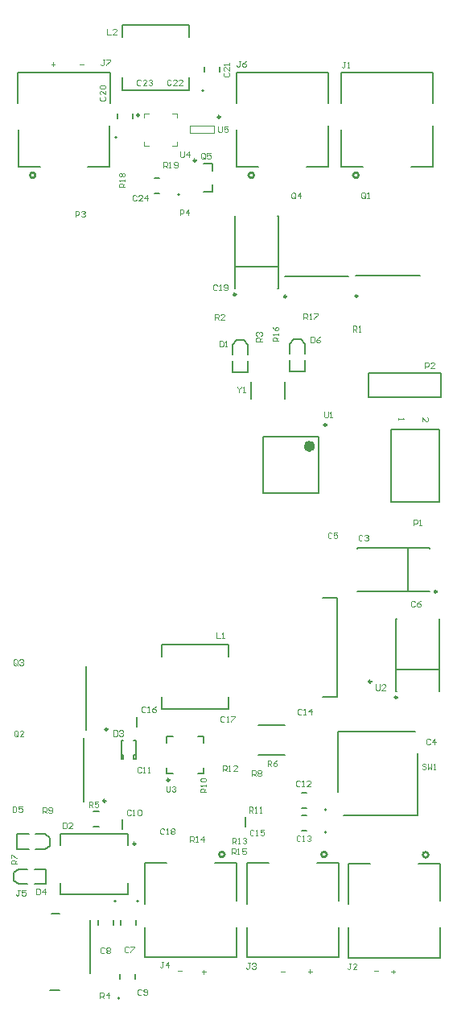
<source format=gto>
G04 Layer_Color=65535*
%FSLAX25Y25*%
%MOIN*%
G70*
G01*
G75*
%ADD53C,0.02362*%
%ADD55C,0.01000*%
%ADD72C,0.00984*%
%ADD73C,0.00787*%
%ADD74C,0.00394*%
D53*
X126575Y233563D02*
G03*
X126575Y233563I-1181J0D01*
G01*
D55*
X102409Y345677D02*
G03*
X102409Y345677I-1118J0D01*
G01*
X11858D02*
G03*
X11858Y345677I-1118J0D01*
G01*
X145716D02*
G03*
X145716Y345677I-1118J0D01*
G01*
X174630Y64559D02*
G03*
X174630Y64559I-1118J0D01*
G01*
X132602Y64657D02*
G03*
X132602Y64657I-1118J0D01*
G01*
X90280D02*
G03*
X90280Y64657I-1118J0D01*
G01*
D72*
X115827Y295473D02*
G03*
X115827Y295473I-492J0D01*
G01*
X94882Y296358D02*
G03*
X94882Y296358I-492J0D01*
G01*
X78347Y351772D02*
G03*
X78347Y351772I-492J0D01*
G01*
X54921Y370571D02*
G03*
X54921Y370571I-492J0D01*
G01*
X88445Y369783D02*
G03*
X88445Y369783I-492J0D01*
G01*
X178150Y173425D02*
G03*
X178150Y173425I-492J0D01*
G01*
X161713Y129626D02*
G03*
X161713Y129626I-492J0D01*
G01*
X53347Y69095D02*
G03*
X53347Y69095I-492J0D01*
G01*
X145354Y295669D02*
G03*
X145354Y295669I-492J0D01*
G01*
X40945Y86791D02*
G03*
X40945Y86791I-492J0D01*
G01*
X41732Y116417D02*
G03*
X41732Y116417I-492J0D01*
G01*
X132480Y242421D02*
G03*
X132480Y242421I-492J0D01*
G01*
X150984Y136161D02*
G03*
X150984Y136161I-492J0D01*
G01*
X67421Y95473D02*
G03*
X67421Y95473I-492J0D01*
G01*
D73*
X45591Y361417D02*
G03*
X45591Y361417I-315J0D01*
G01*
X71476Y337598D02*
G03*
X71476Y337598I-315J0D01*
G01*
X81516Y380709D02*
G03*
X81516Y380709I-315J0D01*
G01*
X54449Y45374D02*
G03*
X54449Y45374I-315J0D01*
G01*
X45197D02*
G03*
X45197Y45374I-315J0D01*
G01*
X46673Y5315D02*
G03*
X46673Y5315I-315J0D01*
G01*
X132402Y83169D02*
G03*
X132402Y83169I-315J0D01*
G01*
Y73819D02*
G03*
X132402Y73819I-315J0D01*
G01*
X115256Y253051D02*
Y260335D01*
X101083Y253051D02*
Y260335D01*
X115157Y303937D02*
X141535D01*
X94390Y307973D02*
X112500D01*
X94390Y298917D02*
X94587D01*
X112303D02*
X112500D01*
X94390D02*
Y328839D01*
X112500Y298917D02*
Y328839D01*
X112303D02*
X112500D01*
X94390D02*
X94587D01*
X52165Y369291D02*
Y371260D01*
X45866Y369291D02*
Y371260D01*
X85039Y338780D02*
Y341929D01*
X81496Y338780D02*
X85039D01*
Y347441D02*
Y350591D01*
X81496D02*
X85039D01*
X61319Y344488D02*
X63288D01*
X61319Y338189D02*
X63288D01*
X88091Y388583D02*
Y390551D01*
X81791Y388583D02*
Y390551D01*
X95354Y349311D02*
X104354D01*
X95354D02*
Y364677D01*
X95228Y375681D02*
Y388287D01*
X124173Y349311D02*
X133173D01*
Y366177D01*
X133299Y375677D02*
Y388177D01*
X133189Y388287D02*
X133299Y388177D01*
X130169Y388287D02*
X133189D01*
X95228D02*
X130169D01*
X75689Y381004D02*
Y386063D01*
X47736Y381004D02*
Y386063D01*
X75689Y402717D02*
Y407776D01*
X47736Y402717D02*
Y407776D01*
Y381004D02*
X75689D01*
X47736Y407776D02*
X75689D01*
X4677Y388287D02*
X39618D01*
X42638D01*
X42748Y388177D01*
Y375677D02*
Y388177D01*
X42622Y349311D02*
Y366177D01*
X33622Y349311D02*
X42622D01*
X4677Y375681D02*
Y388287D01*
X4803Y349311D02*
Y364677D01*
Y349311D02*
X13803D01*
X166043Y173425D02*
Y191535D01*
X175099Y173425D02*
Y173622D01*
Y191339D02*
Y191535D01*
X145177Y173425D02*
X175099D01*
X145177Y191535D02*
X175099D01*
X145177Y191339D02*
Y191535D01*
Y173425D02*
Y173622D01*
X161221Y141240D02*
X179331D01*
X161221Y132185D02*
X161417D01*
X179134D02*
X179331D01*
X161221D02*
Y162106D01*
X179331Y132185D02*
Y162106D01*
X179134D02*
X179331D01*
X161221D02*
X161417D01*
X47244Y35531D02*
Y37500D01*
X53543Y35531D02*
Y37500D01*
X37992Y35531D02*
Y37500D01*
X44291Y35531D02*
Y37500D01*
X53248Y13189D02*
Y15157D01*
X46949Y13189D02*
Y15157D01*
X47835Y75099D02*
Y79134D01*
X122244Y90059D02*
X124213D01*
X122244Y83760D02*
X124213D01*
X122244Y80709D02*
X124213D01*
X122244Y74410D02*
X124213D01*
X98819Y76280D02*
Y80315D01*
X54036Y117421D02*
Y121457D01*
X99803Y264173D02*
Y268898D01*
X93504Y264173D02*
Y268898D01*
Y264173D02*
X99803D01*
X95079Y277559D02*
X98228D01*
X99803Y271654D02*
Y275591D01*
X93504D02*
X95079Y277559D01*
X98228D02*
X99803Y275591D01*
X93504Y271654D02*
Y275591D01*
X50295Y48327D02*
Y52953D01*
X22343Y48327D02*
Y52953D01*
X50295Y68504D02*
Y73130D01*
X22343Y68504D02*
Y73130D01*
Y48327D02*
X50295D01*
X22343Y73130D02*
X50295D01*
X48327Y104331D02*
Y105906D01*
X47539D02*
X48327D01*
X52658D02*
X53445D01*
X52658Y104331D02*
Y105906D01*
X53445Y104331D02*
Y111811D01*
X47539Y104331D02*
Y111811D01*
X52658D02*
X53445D01*
X52658Y104331D02*
X53445D01*
X47539Y111811D02*
X48327D01*
X47539Y104331D02*
X48327D01*
X11417Y58662D02*
X16142D01*
X11417Y52362D02*
X16142D01*
Y58662D01*
X2756Y53937D02*
Y57087D01*
X4724Y58662D02*
X8662D01*
X2756Y53937D02*
X4724Y52362D01*
X2756Y57087D02*
X4724Y58662D01*
Y52362D02*
X8662D01*
X4331Y66732D02*
X9055D01*
X4331Y73032D02*
X9055D01*
X4331Y66732D02*
Y73032D01*
X17717Y68307D02*
Y71457D01*
X11811Y66732D02*
X15748D01*
Y73032D02*
X17717Y71457D01*
X15748Y66732D02*
X17717Y68307D01*
X11811Y73032D02*
X15748D01*
X123524Y264370D02*
Y269094D01*
X117225Y264370D02*
Y269094D01*
Y264370D02*
X123524D01*
X118799Y277756D02*
X121949D01*
X123524Y271850D02*
Y275787D01*
X117225D02*
X118799Y277756D01*
X121949D02*
X123524Y275787D01*
X117225Y271850D02*
Y275787D01*
X18032Y8508D02*
X22031D01*
X18531Y40256D02*
X22031D01*
X34532Y15508D02*
Y37508D01*
X64075Y146516D02*
Y151575D01*
X92028Y146516D02*
Y151575D01*
X64075Y124803D02*
Y129862D01*
X92028Y124803D02*
Y129862D01*
X64075Y151575D02*
X92028D01*
X64075Y124803D02*
X92028D01*
X159075Y210433D02*
X179075D01*
X159075Y240433D02*
X179075D01*
Y210433D02*
Y240433D01*
X159075Y210433D02*
Y240433D01*
Y210433D02*
Y229600D01*
X150000Y263760D02*
X180000D01*
X150000Y253760D02*
Y263760D01*
Y253760D02*
X180000D01*
Y263760D01*
X144685Y304134D02*
X171063D01*
X31988Y86614D02*
Y112992D01*
X32776Y116240D02*
Y142618D01*
X35728Y76083D02*
X38091D01*
X35728Y82382D02*
X38091D01*
X104331Y118307D02*
X115354D01*
X104331Y105709D02*
X115354D01*
X139543Y80925D02*
X170043D01*
Y106425D01*
X137043Y90425D02*
Y115425D01*
X169043D01*
X106102Y237500D02*
X129331D01*
X106102Y214272D02*
X129331D01*
Y237500D01*
X106102Y214272D02*
Y237500D01*
X131004Y129921D02*
X136909D01*
Y170866D01*
X131004D02*
X136909D01*
X66339Y98032D02*
X68937D01*
X66339D02*
Y100630D01*
Y110787D02*
Y113386D01*
X68937D01*
X79094D02*
X81693D01*
Y110787D02*
Y113386D01*
X79094Y98032D02*
X81693D01*
Y100630D01*
X138662Y349311D02*
X147661D01*
X138662D02*
Y364677D01*
X138535Y375681D02*
Y388287D01*
X167480Y349311D02*
X176480D01*
Y366177D01*
X176606Y375677D02*
Y388177D01*
X176496Y388287D02*
X176606Y388177D01*
X173476Y388287D02*
X176496D01*
X138535D02*
X173476D01*
X170449Y60925D02*
X179449D01*
Y45559D02*
Y60925D01*
X179575Y21949D02*
Y34555D01*
X141630Y60925D02*
X150630D01*
X141630Y44059D02*
Y60925D01*
X141504Y22059D02*
Y34559D01*
Y22059D02*
X141614Y21949D01*
X144634D01*
X179575D01*
X128421Y61024D02*
X137421D01*
Y45658D02*
Y61024D01*
X137547Y22047D02*
Y34654D01*
X99602Y61024D02*
X108602D01*
X99602Y44157D02*
Y61024D01*
X99476Y22158D02*
Y34657D01*
Y22158D02*
X99587Y22047D01*
X102606D01*
X137547D01*
X86098Y61024D02*
X95099D01*
Y45658D02*
Y61024D01*
X95224Y22047D02*
Y34654D01*
X57280Y61024D02*
X66280D01*
X57280Y44157D02*
Y61024D01*
X57154Y22158D02*
Y34657D01*
Y22158D02*
X57264Y22047D01*
X60283D01*
X95224D01*
D74*
X56988Y369390D02*
Y371162D01*
X58760D01*
X68602D02*
X70374D01*
Y369390D02*
Y371162D01*
Y357776D02*
Y359547D01*
X68602Y357776D02*
X70374D01*
X56988D02*
Y359547D01*
Y357776D02*
X58760D01*
X75984Y363091D02*
X85827D01*
X75984Y366240D02*
X85827D01*
X75984Y363091D02*
Y366240D01*
X85827Y363091D02*
Y366240D01*
X30217Y391535D02*
X31791D01*
X18406Y391634D02*
X19980D01*
X19193Y392421D02*
Y390846D01*
X95571Y258267D02*
Y257873D01*
X96358Y257086D01*
X97145Y257873D01*
Y258267D01*
X96358Y257086D02*
Y255906D01*
X97932D02*
X98720D01*
X98326D01*
Y258267D01*
X97932Y257873D01*
X123031Y286024D02*
Y288385D01*
X124212D01*
X124606Y287991D01*
Y287204D01*
X124212Y286811D01*
X123031D01*
X123819D02*
X124606Y286024D01*
X125393D02*
X126180D01*
X125787D01*
Y288385D01*
X125393Y287991D01*
X127361Y288385D02*
X128935D01*
Y287991D01*
X127361Y286417D01*
Y286024D01*
X119586Y336417D02*
Y337991D01*
X119193Y338385D01*
X118405D01*
X118012Y337991D01*
Y336417D01*
X118405Y336024D01*
X119193D01*
X118799Y336811D02*
X119586Y336024D01*
X119193D02*
X119586Y336417D01*
X121554Y336024D02*
Y338385D01*
X120373Y337204D01*
X121948D01*
X87204Y299999D02*
X86811Y300393D01*
X86023D01*
X85630Y299999D01*
Y298425D01*
X86023Y298032D01*
X86811D01*
X87204Y298425D01*
X87991Y298032D02*
X88779D01*
X88385D01*
Y300393D01*
X87991Y299999D01*
X89959Y298425D02*
X90353Y298032D01*
X91140D01*
X91534Y298425D01*
Y299999D01*
X91140Y300393D01*
X90353D01*
X89959Y299999D01*
Y299606D01*
X90353Y299212D01*
X91534D01*
X38879Y378248D02*
X38485Y377854D01*
Y377067D01*
X38879Y376673D01*
X40453D01*
X40846Y377067D01*
Y377854D01*
X40453Y378248D01*
X40846Y380609D02*
Y379035D01*
X39272Y380609D01*
X38879D01*
X38485Y380215D01*
Y379428D01*
X38879Y379035D01*
Y381396D02*
X38485Y381790D01*
Y382577D01*
X38879Y382970D01*
X40453D01*
X40846Y382577D01*
Y381790D01*
X40453Y381396D01*
X38879D01*
X68011Y384940D02*
X67618Y385334D01*
X66831D01*
X66437Y384940D01*
Y383366D01*
X66831Y382972D01*
X67618D01*
X68011Y383366D01*
X70373Y382972D02*
X68799D01*
X70373Y384547D01*
Y384940D01*
X69979Y385334D01*
X69192D01*
X68799Y384940D01*
X72734Y382972D02*
X71160D01*
X72734Y384547D01*
Y384940D01*
X72341Y385334D01*
X71553D01*
X71160Y384940D01*
X55610Y384842D02*
X55216Y385236D01*
X54429D01*
X54036Y384842D01*
Y383268D01*
X54429Y382874D01*
X55216D01*
X55610Y383268D01*
X57971Y382874D02*
X56397D01*
X57971Y384448D01*
Y384842D01*
X57578Y385236D01*
X56791D01*
X56397Y384842D01*
X58758D02*
X59152Y385236D01*
X59939D01*
X60333Y384842D01*
Y384448D01*
X59939Y384055D01*
X59545D01*
X59939D01*
X60333Y383661D01*
Y383268D01*
X59939Y382874D01*
X59152D01*
X58758Y383268D01*
X82086Y352854D02*
Y354429D01*
X81693Y354822D01*
X80905D01*
X80512Y354429D01*
Y352854D01*
X80905Y352461D01*
X81693D01*
X81299Y353248D02*
X82086Y352461D01*
X81693D02*
X82086Y352854D01*
X84448Y354822D02*
X82873D01*
Y353641D01*
X83661Y354035D01*
X84054D01*
X84448Y353641D01*
Y352854D01*
X84054Y352461D01*
X83267D01*
X82873Y352854D01*
X48917Y340748D02*
X46556D01*
Y341929D01*
X46949Y342322D01*
X47737D01*
X48130Y341929D01*
Y340748D01*
Y341535D02*
X48917Y342322D01*
Y343109D02*
Y343897D01*
Y343503D01*
X46556D01*
X46949Y343109D01*
Y345077D02*
X46556Y345471D01*
Y346258D01*
X46949Y346652D01*
X47343D01*
X47737Y346258D01*
X48130Y346652D01*
X48524D01*
X48917Y346258D01*
Y345471D01*
X48524Y345077D01*
X48130D01*
X47737Y345471D01*
X47343Y345077D01*
X46949D01*
X47737Y345471D02*
Y346258D01*
X64862Y348819D02*
Y351180D01*
X66043D01*
X66436Y350787D01*
Y350000D01*
X66043Y349606D01*
X64862D01*
X65649D02*
X66436Y348819D01*
X67224D02*
X68011D01*
X67617D01*
Y351180D01*
X67224Y350787D01*
X69191Y349213D02*
X69585Y348819D01*
X70372D01*
X70766Y349213D01*
Y350787D01*
X70372Y351180D01*
X69585D01*
X69191Y350787D01*
Y350393D01*
X69585Y350000D01*
X70766D01*
X53740Y337007D02*
X53346Y337401D01*
X52559D01*
X52165Y337007D01*
Y335433D01*
X52559Y335039D01*
X53346D01*
X53740Y335433D01*
X56101Y335039D02*
X54527D01*
X56101Y336614D01*
Y337007D01*
X55708Y337401D01*
X54920D01*
X54527Y337007D01*
X58069Y335039D02*
Y337401D01*
X56888Y336220D01*
X58463D01*
X71850Y355511D02*
Y353543D01*
X72244Y353150D01*
X73031D01*
X73425Y353543D01*
Y355511D01*
X75393Y353150D02*
Y355511D01*
X74212Y354330D01*
X75786D01*
X87697Y365846D02*
Y363878D01*
X88090Y363484D01*
X88878D01*
X89271Y363878D01*
Y365846D01*
X91633D02*
X90058D01*
Y364665D01*
X90846Y365059D01*
X91239D01*
X91633Y364665D01*
Y363878D01*
X91239Y363484D01*
X90452D01*
X90058Y363878D01*
X90257Y388090D02*
X89863Y387697D01*
Y386909D01*
X90257Y386516D01*
X91831D01*
X92225Y386909D01*
Y387697D01*
X91831Y388090D01*
X92225Y390452D02*
Y388877D01*
X90650Y390452D01*
X90257D01*
X89863Y390058D01*
Y389271D01*
X90257Y388877D01*
X92225Y391239D02*
Y392026D01*
Y391632D01*
X89863D01*
X90257Y391239D01*
X96850Y393011D02*
X96063D01*
X96456D01*
Y391043D01*
X96063Y390650D01*
X95669D01*
X95276Y391043D01*
X99211Y393011D02*
X98424Y392618D01*
X97637Y391830D01*
Y391043D01*
X98031Y390650D01*
X98818D01*
X99211Y391043D01*
Y391437D01*
X98818Y391830D01*
X97637D01*
X41535Y406298D02*
Y403937D01*
X43110D01*
X45471D02*
X43897D01*
X45471Y405511D01*
Y405905D01*
X45078Y406298D01*
X44291D01*
X43897Y405905D01*
X40551Y393405D02*
X39764D01*
X40157D01*
Y391437D01*
X39764Y391043D01*
X39370D01*
X38976Y391437D01*
X41338Y393405D02*
X42912D01*
Y393011D01*
X41338Y391437D01*
Y391043D01*
X147342Y196555D02*
X146949Y196948D01*
X146161D01*
X145768Y196555D01*
Y194980D01*
X146161Y194587D01*
X146949D01*
X147342Y194980D01*
X148129Y196555D02*
X148523Y196948D01*
X149310D01*
X149704Y196555D01*
Y196161D01*
X149310Y195767D01*
X148916D01*
X149310D01*
X149704Y195374D01*
Y194980D01*
X149310Y194587D01*
X148523D01*
X148129Y194980D01*
X175393Y112106D02*
X175000Y112499D01*
X174213D01*
X173819Y112106D01*
Y110531D01*
X174213Y110138D01*
X175000D01*
X175393Y110531D01*
X177361Y110138D02*
Y112499D01*
X176180Y111319D01*
X177755D01*
X134645Y197440D02*
X134252Y197834D01*
X133465D01*
X133071Y197440D01*
Y195866D01*
X133465Y195473D01*
X134252D01*
X134645Y195866D01*
X137007Y197834D02*
X135432D01*
Y196653D01*
X136220Y197047D01*
X136613D01*
X137007Y196653D01*
Y195866D01*
X136613Y195473D01*
X135826D01*
X135432Y195866D01*
X169094Y169192D02*
X168701Y169586D01*
X167913D01*
X167520Y169192D01*
Y167618D01*
X167913Y167225D01*
X168701D01*
X169094Y167618D01*
X171456Y169586D02*
X170668Y169192D01*
X169881Y168405D01*
Y167618D01*
X170275Y167225D01*
X171062D01*
X171456Y167618D01*
Y168012D01*
X171062Y168405D01*
X169881D01*
X50492Y26082D02*
X50098Y26476D01*
X49311D01*
X48917Y26082D01*
Y24508D01*
X49311Y24114D01*
X50098D01*
X50492Y24508D01*
X51279Y26476D02*
X52853D01*
Y26082D01*
X51279Y24508D01*
Y24114D01*
X40551Y25688D02*
X40157Y26082D01*
X39370D01*
X38976Y25688D01*
Y24114D01*
X39370Y23720D01*
X40157D01*
X40551Y24114D01*
X41338Y25688D02*
X41731Y26082D01*
X42519D01*
X42912Y25688D01*
Y25295D01*
X42519Y24901D01*
X42912Y24508D01*
Y24114D01*
X42519Y23720D01*
X41731D01*
X41338Y24114D01*
Y24508D01*
X41731Y24901D01*
X41338Y25295D01*
Y25688D01*
X41731Y24901D02*
X42519D01*
X55905Y8562D02*
X55511Y8956D01*
X54724D01*
X54331Y8562D01*
Y6988D01*
X54724Y6594D01*
X55511D01*
X55905Y6988D01*
X56692D02*
X57086Y6594D01*
X57873D01*
X58267Y6988D01*
Y8562D01*
X57873Y8956D01*
X57086D01*
X56692Y8562D01*
Y8169D01*
X57086Y7775D01*
X58267D01*
X51377Y82873D02*
X50984Y83267D01*
X50197D01*
X49803Y82873D01*
Y81299D01*
X50197Y80906D01*
X50984D01*
X51377Y81299D01*
X52165Y80906D02*
X52952D01*
X52558D01*
Y83267D01*
X52165Y82873D01*
X54132D02*
X54526Y83267D01*
X55313D01*
X55707Y82873D01*
Y81299D01*
X55313Y80906D01*
X54526D01*
X54132Y81299D01*
Y82873D01*
X55708Y100393D02*
X55315Y100787D01*
X54527D01*
X54134Y100393D01*
Y98819D01*
X54527Y98425D01*
X55315D01*
X55708Y98819D01*
X56495Y98425D02*
X57283D01*
X56889D01*
Y100787D01*
X56495Y100393D01*
X58463Y98425D02*
X59250D01*
X58857D01*
Y100787D01*
X58463Y100393D01*
X121555Y94684D02*
X121161Y95078D01*
X120374D01*
X119980Y94684D01*
Y93110D01*
X120374Y92717D01*
X121161D01*
X121555Y93110D01*
X122342Y92717D02*
X123129D01*
X122735D01*
Y95078D01*
X122342Y94684D01*
X125884Y92717D02*
X124310D01*
X125884Y94291D01*
Y94684D01*
X125490Y95078D01*
X124703D01*
X124310Y94684D01*
X121653Y72047D02*
X121259Y72440D01*
X120472D01*
X120079Y72047D01*
Y70472D01*
X120472Y70079D01*
X121259D01*
X121653Y70472D01*
X122440Y70079D02*
X123227D01*
X122834D01*
Y72440D01*
X122440Y72047D01*
X124408D02*
X124802Y72440D01*
X125589D01*
X125982Y72047D01*
Y71653D01*
X125589Y71259D01*
X125195D01*
X125589D01*
X125982Y70866D01*
Y70472D01*
X125589Y70079D01*
X124802D01*
X124408Y70472D01*
X122244Y124507D02*
X121850Y124901D01*
X121063D01*
X120669Y124507D01*
Y122933D01*
X121063Y122539D01*
X121850D01*
X122244Y122933D01*
X123031Y122539D02*
X123818D01*
X123424D01*
Y124901D01*
X123031Y124507D01*
X126179Y122539D02*
Y124901D01*
X124999Y123720D01*
X126573D01*
X102362Y74507D02*
X101968Y74901D01*
X101181D01*
X100787Y74507D01*
Y72933D01*
X101181Y72539D01*
X101968D01*
X102362Y72933D01*
X103149Y72539D02*
X103936D01*
X103542D01*
Y74901D01*
X103149Y74507D01*
X106691Y74901D02*
X105117D01*
Y73720D01*
X105904Y74114D01*
X106298D01*
X106691Y73720D01*
Y72933D01*
X106298Y72539D01*
X105510D01*
X105117Y72933D01*
X57578Y125491D02*
X57185Y125885D01*
X56398D01*
X56004Y125491D01*
Y123917D01*
X56398Y123524D01*
X57185D01*
X57578Y123917D01*
X58365Y123524D02*
X59153D01*
X58759D01*
Y125885D01*
X58365Y125491D01*
X61908Y125885D02*
X61120Y125491D01*
X60333Y124704D01*
Y123917D01*
X60727Y123524D01*
X61514D01*
X61908Y123917D01*
Y124311D01*
X61514Y124704D01*
X60333D01*
X90255Y121555D02*
X89862Y121948D01*
X89075D01*
X88681Y121555D01*
Y119980D01*
X89075Y119587D01*
X89862D01*
X90255Y119980D01*
X91043Y119587D02*
X91830D01*
X91436D01*
Y121948D01*
X91043Y121555D01*
X93010Y121948D02*
X94585D01*
Y121555D01*
X93010Y119980D01*
Y119587D01*
X65255Y74999D02*
X64862Y75393D01*
X64075D01*
X63681Y74999D01*
Y73425D01*
X64075Y73032D01*
X64862D01*
X65255Y73425D01*
X66043Y73032D02*
X66830D01*
X66436D01*
Y75393D01*
X66043Y74999D01*
X68010D02*
X68404Y75393D01*
X69191D01*
X69585Y74999D01*
Y74606D01*
X69191Y74212D01*
X69585Y73819D01*
Y73425D01*
X69191Y73032D01*
X68404D01*
X68010Y73425D01*
Y73819D01*
X68404Y74212D01*
X68010Y74606D01*
Y74999D01*
X68404Y74212D02*
X69191D01*
X88189Y277066D02*
Y274705D01*
X89370D01*
X89763Y275098D01*
Y276673D01*
X89370Y277066D01*
X88189D01*
X90551Y274705D02*
X91338D01*
X90944D01*
Y277066D01*
X90551Y276673D01*
X23228Y77755D02*
Y75394D01*
X24409D01*
X24803Y75787D01*
Y77362D01*
X24409Y77755D01*
X23228D01*
X27164Y75394D02*
X25590D01*
X27164Y76968D01*
Y77362D01*
X26770Y77755D01*
X25983D01*
X25590Y77362D01*
X44193Y116043D02*
Y113681D01*
X45374D01*
X45767Y114075D01*
Y115649D01*
X45374Y116043D01*
X44193D01*
X46554Y115649D02*
X46948Y116043D01*
X47735D01*
X48129Y115649D01*
Y115255D01*
X47735Y114862D01*
X47342D01*
X47735D01*
X48129Y114468D01*
Y114075D01*
X47735Y113681D01*
X46948D01*
X46554Y114075D01*
X12303Y50393D02*
Y48031D01*
X13484D01*
X13878Y48425D01*
Y49999D01*
X13484Y50393D01*
X12303D01*
X15845Y48031D02*
Y50393D01*
X14665Y49212D01*
X16239D01*
X2461Y84547D02*
Y82185D01*
X3641D01*
X4035Y82579D01*
Y84153D01*
X3641Y84547D01*
X2461D01*
X6396D02*
X4822D01*
Y83366D01*
X5609Y83759D01*
X6003D01*
X6396Y83366D01*
Y82579D01*
X6003Y82185D01*
X5216D01*
X4822Y82579D01*
X125984Y278838D02*
Y276476D01*
X127165D01*
X127559Y276870D01*
Y278444D01*
X127165Y278838D01*
X125984D01*
X129920D02*
X129133Y278444D01*
X128346Y277657D01*
Y276870D01*
X128739Y276476D01*
X129526D01*
X129920Y276870D01*
Y277264D01*
X129526Y277657D01*
X128346D01*
X5413Y49999D02*
X4626D01*
X5019D01*
Y48031D01*
X4626Y47638D01*
X4232D01*
X3839Y48031D01*
X7774Y49999D02*
X6200D01*
Y48819D01*
X6987Y49212D01*
X7381D01*
X7774Y48819D01*
Y48031D01*
X7381Y47638D01*
X6594D01*
X6200Y48031D01*
X86910Y156397D02*
Y154035D01*
X88484D01*
X89271D02*
X90058D01*
X89665D01*
Y156397D01*
X89271Y156003D01*
X168602Y200886D02*
Y203247D01*
X169783D01*
X170177Y202854D01*
Y202067D01*
X169783Y201673D01*
X168602D01*
X170964Y200886D02*
X171751D01*
X171357D01*
Y203247D01*
X170964Y202854D01*
X172075Y243859D02*
Y245433D01*
X173649Y243859D01*
X174043D01*
X174436Y244252D01*
Y245040D01*
X174043Y245433D01*
X162205Y245276D02*
Y244489D01*
Y244882D01*
X164566D01*
X164173Y245276D01*
X173327Y265846D02*
Y268208D01*
X174507D01*
X174901Y267814D01*
Y267027D01*
X174507Y266634D01*
X173327D01*
X177263Y265846D02*
X175688D01*
X177263Y267421D01*
Y267814D01*
X176869Y268208D01*
X176082D01*
X175688Y267814D01*
X28445Y328543D02*
Y330905D01*
X29626D01*
X30019Y330511D01*
Y329724D01*
X29626Y329330D01*
X28445D01*
X30806Y330511D02*
X31200Y330905D01*
X31987D01*
X32381Y330511D01*
Y330118D01*
X31987Y329724D01*
X31593D01*
X31987D01*
X32381Y329330D01*
Y328937D01*
X31987Y328543D01*
X31200D01*
X30806Y328937D01*
X71752Y329134D02*
Y331495D01*
X72933D01*
X73326Y331102D01*
Y330315D01*
X72933Y329921D01*
X71752D01*
X75294Y329134D02*
Y331495D01*
X74114Y330315D01*
X75688D01*
X148523Y336713D02*
Y338287D01*
X148130Y338680D01*
X147342D01*
X146949Y338287D01*
Y336713D01*
X147342Y336319D01*
X148130D01*
X147736Y337106D02*
X148523Y336319D01*
X148130D02*
X148523Y336713D01*
X149310Y336319D02*
X150098D01*
X149704D01*
Y338680D01*
X149310Y338287D01*
X4625Y113878D02*
Y115452D01*
X4232Y115846D01*
X3445D01*
X3051Y115452D01*
Y113878D01*
X3445Y113484D01*
X4232D01*
X3838Y114271D02*
X4625Y113484D01*
X4232D02*
X4625Y113878D01*
X6987Y113484D02*
X5413D01*
X6987Y115059D01*
Y115452D01*
X6593Y115846D01*
X5806D01*
X5413Y115452D01*
X4429Y143405D02*
Y144980D01*
X4035Y145373D01*
X3248D01*
X2854Y144980D01*
Y143405D01*
X3248Y143012D01*
X4035D01*
X3641Y143799D02*
X4429Y143012D01*
X4035D02*
X4429Y143405D01*
X5216Y144980D02*
X5609Y145373D01*
X6397D01*
X6790Y144980D01*
Y144586D01*
X6397Y144193D01*
X6003D01*
X6397D01*
X6790Y143799D01*
Y143405D01*
X6397Y143012D01*
X5609D01*
X5216Y143405D01*
X143406Y281004D02*
Y283365D01*
X144586D01*
X144980Y282972D01*
Y282185D01*
X144586Y281791D01*
X143406D01*
X144193D02*
X144980Y281004D01*
X145767D02*
X146554D01*
X146161D01*
Y283365D01*
X145767Y282972D01*
X86319Y285925D02*
Y288287D01*
X87500D01*
X87893Y287893D01*
Y287106D01*
X87500Y286712D01*
X86319D01*
X87106D02*
X87893Y285925D01*
X90255D02*
X88680D01*
X90255Y287499D01*
Y287893D01*
X89861Y288287D01*
X89074D01*
X88680Y287893D01*
X105709Y276870D02*
X103347D01*
Y278051D01*
X103741Y278444D01*
X104528D01*
X104922Y278051D01*
Y276870D01*
Y277657D02*
X105709Y278444D01*
X103741Y279232D02*
X103347Y279625D01*
Y280412D01*
X103741Y280806D01*
X104134D01*
X104528Y280412D01*
Y280019D01*
Y280412D01*
X104922Y280806D01*
X105315D01*
X105709Y280412D01*
Y279625D01*
X105315Y279232D01*
X38681Y5217D02*
Y7578D01*
X39862D01*
X40255Y7184D01*
Y6397D01*
X39862Y6004D01*
X38681D01*
X39468D02*
X40255Y5217D01*
X42223D02*
Y7578D01*
X41043Y6397D01*
X42617D01*
X34055Y84252D02*
Y86614D01*
X35236D01*
X35629Y86220D01*
Y85433D01*
X35236Y85039D01*
X34055D01*
X34842D02*
X35629Y84252D01*
X37991Y86614D02*
X36417D01*
Y85433D01*
X37204Y85826D01*
X37597D01*
X37991Y85433D01*
Y84646D01*
X37597Y84252D01*
X36810D01*
X36417Y84646D01*
X108071Y101280D02*
Y103641D01*
X109252D01*
X109645Y103247D01*
Y102460D01*
X109252Y102067D01*
X108071D01*
X108858D02*
X109645Y101280D01*
X112007Y103641D02*
X111220Y103247D01*
X110432Y102460D01*
Y101673D01*
X110826Y101280D01*
X111613D01*
X112007Y101673D01*
Y102067D01*
X111613Y102460D01*
X110432D01*
X4232Y60728D02*
X1871D01*
Y61909D01*
X2265Y62303D01*
X3052D01*
X3445Y61909D01*
Y60728D01*
Y61515D02*
X4232Y62303D01*
X1871Y63090D02*
Y64664D01*
X2265D01*
X3839Y63090D01*
X4232D01*
X101575Y97146D02*
Y99507D01*
X102756D01*
X103149Y99114D01*
Y98326D01*
X102756Y97933D01*
X101575D01*
X102362D02*
X103149Y97146D01*
X103936Y99114D02*
X104330Y99507D01*
X105117D01*
X105511Y99114D01*
Y98720D01*
X105117Y98326D01*
X105511Y97933D01*
Y97539D01*
X105117Y97146D01*
X104330D01*
X103936Y97539D01*
Y97933D01*
X104330Y98326D01*
X103936Y98720D01*
Y99114D01*
X104330Y98326D02*
X105117D01*
X14862Y81791D02*
Y84153D01*
X16043D01*
X16436Y83759D01*
Y82972D01*
X16043Y82578D01*
X14862D01*
X15649D02*
X16436Y81791D01*
X17224Y82185D02*
X17617Y81791D01*
X18404D01*
X18798Y82185D01*
Y83759D01*
X18404Y84153D01*
X17617D01*
X17224Y83759D01*
Y83366D01*
X17617Y82972D01*
X18798D01*
X82677Y90354D02*
X80316D01*
Y91535D01*
X80709Y91929D01*
X81497D01*
X81890Y91535D01*
Y90354D01*
Y91141D02*
X82677Y91929D01*
Y92716D02*
Y93503D01*
Y93109D01*
X80316D01*
X80709Y92716D01*
Y94684D02*
X80316Y95077D01*
Y95864D01*
X80709Y96258D01*
X82284D01*
X82677Y95864D01*
Y95077D01*
X82284Y94684D01*
X80709D01*
X100394Y81988D02*
Y84350D01*
X101575D01*
X101968Y83956D01*
Y83169D01*
X101575Y82775D01*
X100394D01*
X101181D02*
X101968Y81988D01*
X102755D02*
X103542D01*
X103149D01*
Y84350D01*
X102755Y83956D01*
X104723Y81988D02*
X105510D01*
X105117D01*
Y84350D01*
X104723Y83956D01*
X89469Y99114D02*
Y101476D01*
X90649D01*
X91043Y101082D01*
Y100295D01*
X90649Y99901D01*
X89469D01*
X90256D02*
X91043Y99114D01*
X91830D02*
X92617D01*
X92224D01*
Y101476D01*
X91830Y101082D01*
X95372Y99114D02*
X93798D01*
X95372Y100689D01*
Y101082D01*
X94979Y101476D01*
X94191D01*
X93798Y101082D01*
X93406Y69193D02*
Y71554D01*
X94586D01*
X94980Y71161D01*
Y70374D01*
X94586Y69980D01*
X93406D01*
X94193D02*
X94980Y69193D01*
X95767D02*
X96554D01*
X96161D01*
Y71554D01*
X95767Y71161D01*
X97735D02*
X98128Y71554D01*
X98916D01*
X99309Y71161D01*
Y70767D01*
X98916Y70374D01*
X98522D01*
X98916D01*
X99309Y69980D01*
Y69586D01*
X98916Y69193D01*
X98128D01*
X97735Y69586D01*
X75984Y69784D02*
Y72145D01*
X77165D01*
X77559Y71751D01*
Y70964D01*
X77165Y70571D01*
X75984D01*
X76771D02*
X77559Y69784D01*
X78346D02*
X79133D01*
X78739D01*
Y72145D01*
X78346Y71751D01*
X81494Y69784D02*
Y72145D01*
X80314Y70964D01*
X81888D01*
X93209Y64764D02*
Y67125D01*
X94389D01*
X94783Y66732D01*
Y65944D01*
X94389Y65551D01*
X93209D01*
X93996D02*
X94783Y64764D01*
X95570D02*
X96357D01*
X95964D01*
Y67125D01*
X95570Y66732D01*
X99112Y67125D02*
X97538D01*
Y65944D01*
X98325Y66338D01*
X98719D01*
X99112Y65944D01*
Y65157D01*
X98719Y64764D01*
X97931D01*
X97538Y65157D01*
X112500Y277067D02*
X110139D01*
Y278248D01*
X110532Y278641D01*
X111319D01*
X111713Y278248D01*
Y277067D01*
Y277854D02*
X112500Y278641D01*
Y279428D02*
Y280216D01*
Y279822D01*
X110139D01*
X110532Y279428D01*
X110139Y282971D02*
X110532Y282183D01*
X111319Y281396D01*
X112107D01*
X112500Y281790D01*
Y282577D01*
X112107Y282971D01*
X111713D01*
X111319Y282577D01*
Y281396D01*
X173622Y101869D02*
X173228Y102263D01*
X172441D01*
X172047Y101869D01*
Y101476D01*
X172441Y101082D01*
X173228D01*
X173622Y100689D01*
Y100295D01*
X173228Y99902D01*
X172441D01*
X172047Y100295D01*
X174409Y102263D02*
Y99902D01*
X175196Y100689D01*
X175983Y99902D01*
Y102263D01*
X176770Y99902D02*
X177557D01*
X177164D01*
Y102263D01*
X176770Y101869D01*
X131595Y247736D02*
Y245768D01*
X131988Y245374D01*
X132775D01*
X133169Y245768D01*
Y247736D01*
X133956Y245374D02*
X134743D01*
X134350D01*
Y247736D01*
X133956Y247342D01*
X152953Y135039D02*
Y133071D01*
X153346Y132677D01*
X154133D01*
X154527Y133071D01*
Y135039D01*
X156888Y132677D02*
X155314D01*
X156888Y134251D01*
Y134645D01*
X156495Y135039D01*
X155708D01*
X155314Y134645D01*
X66043Y93011D02*
Y91043D01*
X66437Y90650D01*
X67224D01*
X67618Y91043D01*
Y93011D01*
X68405Y92617D02*
X68798Y93011D01*
X69586D01*
X69979Y92617D01*
Y92224D01*
X69586Y91830D01*
X69192D01*
X69586D01*
X69979Y91437D01*
Y91043D01*
X69586Y90650D01*
X68798D01*
X68405Y91043D01*
X140354Y392519D02*
X139567D01*
X139960D01*
Y390551D01*
X139567Y390158D01*
X139173D01*
X138780Y390551D01*
X141141Y390158D02*
X141928D01*
X141535D01*
Y392519D01*
X141141Y392125D01*
X142618Y19586D02*
X141831D01*
X142224D01*
Y17618D01*
X141831Y17224D01*
X141437D01*
X141043Y17618D01*
X144979Y17224D02*
X143405D01*
X144979Y18799D01*
Y19192D01*
X144586Y19586D01*
X143798D01*
X143405Y19192D01*
X100787Y19684D02*
X100000D01*
X100393D01*
Y17717D01*
X100000Y17323D01*
X99606D01*
X99213Y17717D01*
X101574Y19291D02*
X101968Y19684D01*
X102755D01*
X103148Y19291D01*
Y18897D01*
X102755Y18504D01*
X102361D01*
X102755D01*
X103148Y18110D01*
Y17717D01*
X102755Y17323D01*
X101968D01*
X101574Y17717D01*
X64960Y20176D02*
X64173D01*
X64567D01*
Y18209D01*
X64173Y17815D01*
X63779D01*
X63386Y18209D01*
X66928Y17815D02*
Y20176D01*
X65747Y18996D01*
X67322D01*
X70965Y16634D02*
X72539D01*
X113681Y16141D02*
X115255D01*
X152362Y16535D02*
X153937D01*
X80906Y16043D02*
X82480D01*
X81693Y16830D02*
Y15256D01*
X124803Y16240D02*
X126377D01*
X125590Y17027D02*
Y15453D01*
X159252Y16141D02*
X160826D01*
X160039Y16928D02*
Y15354D01*
M02*

</source>
